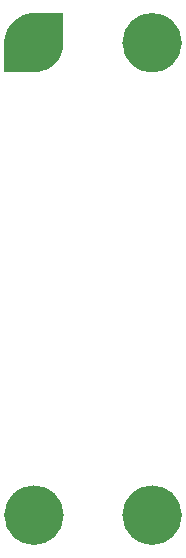
<source format=gts>
%TF.GenerationSoftware,KiCad,Pcbnew,8.0.8*%
%TF.CreationDate,2025-01-29T16:56:40+00:00*%
%TF.ProjectId,ec30_1x4_l3r3_mh_0.1,65633330-5f31-4783-945f-6c3372335f6d,v0.1*%
%TF.SameCoordinates,PX8d24d00PY36d6160*%
%TF.FileFunction,Soldermask,Top*%
%TF.FilePolarity,Negative*%
%FSLAX46Y46*%
G04 Gerber Fmt 4.6, Leading zero omitted, Abs format (unit mm)*
G04 Created by KiCad (PCBNEW 8.0.8) date 2025-01-29 16:56:40*
%MOMM*%
%LPD*%
G01*
G04 APERTURE LIST*
%ADD10C,2.500000*%
%ADD11C,0.000000*%
G04 APERTURE END LIST*
%TO.C,MH4*%
D10*
X6250000Y-20000000D02*
G75*
G02*
X3750000Y-20000000I-1250000J0D01*
G01*
X3750000Y-20000000D02*
G75*
G02*
X6250000Y-20000000I1250000J0D01*
G01*
D11*
%TO.C,MH1*%
G36*
X-2500000Y20000000D02*
G01*
X-2504933Y20000000D01*
X-2504933Y19843024D01*
X-2544282Y19531547D01*
X-2622359Y19227458D01*
X-2737932Y18935552D01*
X-2889180Y18660433D01*
X-3073717Y18406440D01*
X-3288632Y18177578D01*
X-3530537Y17977458D01*
X-3795616Y17809233D01*
X-4079689Y17675559D01*
X-4378275Y17578542D01*
X-4686667Y17519713D01*
X-5000000Y17500000D01*
X-7500000Y17500000D01*
X-7500000Y20000000D01*
X-7495067Y20000000D01*
X-7495067Y20156976D01*
X-7455718Y20468453D01*
X-7377641Y20772542D01*
X-7262068Y21064448D01*
X-7110820Y21339567D01*
X-6926283Y21593560D01*
X-6711368Y21822422D01*
X-6469463Y22022542D01*
X-6204384Y22190767D01*
X-5920311Y22324441D01*
X-5621725Y22421458D01*
X-5313333Y22480287D01*
X-5000000Y22500000D01*
X-2500000Y22500000D01*
X-2500000Y20000000D01*
G37*
%TO.C,MH3*%
D10*
X-3750000Y-20000000D02*
G75*
G02*
X-6250000Y-20000000I-1250000J0D01*
G01*
X-6250000Y-20000000D02*
G75*
G02*
X-3750000Y-20000000I1250000J0D01*
G01*
%TO.C,MH2*%
X6250000Y20000000D02*
G75*
G02*
X3750000Y20000000I-1250000J0D01*
G01*
X3750000Y20000000D02*
G75*
G02*
X6250000Y20000000I1250000J0D01*
G01*
%TD*%
M02*

</source>
